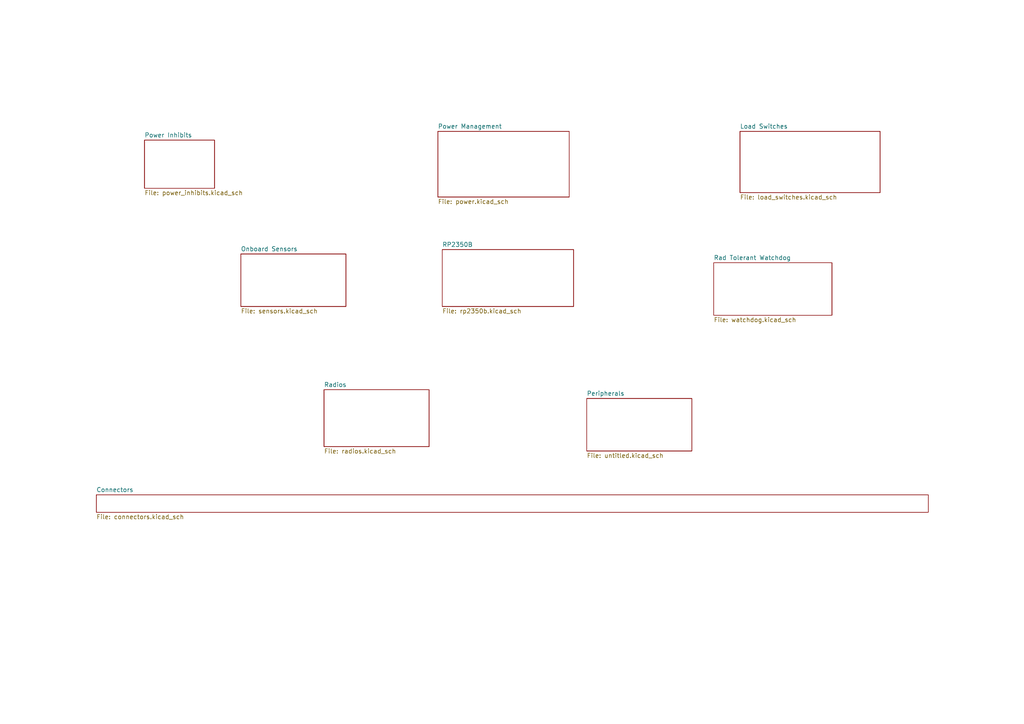
<source format=kicad_sch>
(kicad_sch
	(version 20250114)
	(generator "eeschema")
	(generator_version "9.0")
	(uuid "f080da98-69f4-43da-b75c-192226370aa3")
	(paper "A4")
	(lib_symbols)
	(sheet
		(at 69.85 73.66)
		(size 30.48 15.24)
		(exclude_from_sim no)
		(in_bom yes)
		(on_board yes)
		(dnp no)
		(fields_autoplaced yes)
		(stroke
			(width 0.1524)
			(type solid)
		)
		(fill
			(color 0 0 0 0.0000)
		)
		(uuid "08fa5eb3-fc85-408f-8e91-976c239f9e00")
		(property "Sheetname" "Onboard Sensors"
			(at 69.85 72.9484 0)
			(effects
				(font
					(size 1.27 1.27)
				)
				(justify left bottom)
			)
		)
		(property "Sheetfile" "sensors.kicad_sch"
			(at 69.85 89.4846 0)
			(effects
				(font
					(size 1.27 1.27)
				)
				(justify left top)
			)
		)
		(instances
			(project "FC_V6"
				(path "/f080da98-69f4-43da-b75c-192226370aa3"
					(page "5")
				)
			)
		)
	)
	(sheet
		(at 214.63 38.1)
		(size 40.64 17.78)
		(exclude_from_sim no)
		(in_bom yes)
		(on_board yes)
		(dnp no)
		(fields_autoplaced yes)
		(stroke
			(width 0.1524)
			(type solid)
		)
		(fill
			(color 0 0 0 0.0000)
		)
		(uuid "1f738dd9-d80b-458c-8048-9b53f4691302")
		(property "Sheetname" "Load Switches"
			(at 214.63 37.3884 0)
			(effects
				(font
					(size 1.27 1.27)
				)
				(justify left bottom)
			)
		)
		(property "Sheetfile" "load_switches.kicad_sch"
			(at 214.63 56.4646 0)
			(effects
				(font
					(size 1.27 1.27)
				)
				(justify left top)
			)
		)
		(instances
			(project "FC_V6"
				(path "/f080da98-69f4-43da-b75c-192226370aa3"
					(page "4")
				)
			)
		)
	)
	(sheet
		(at 207.01 76.2)
		(size 34.29 15.24)
		(exclude_from_sim no)
		(in_bom yes)
		(on_board yes)
		(dnp no)
		(fields_autoplaced yes)
		(stroke
			(width 0.1524)
			(type solid)
		)
		(fill
			(color 0 0 0 0.0000)
		)
		(uuid "2617906e-3a58-4e5f-878d-8a3f39721f0a")
		(property "Sheetname" "Rad Tolerant Watchdog"
			(at 207.01 75.4884 0)
			(effects
				(font
					(size 1.27 1.27)
				)
				(justify left bottom)
			)
		)
		(property "Sheetfile" "watchdog.kicad_sch"
			(at 207.01 92.0246 0)
			(effects
				(font
					(size 1.27 1.27)
				)
				(justify left top)
			)
		)
		(instances
			(project "FC_V6"
				(path "/f080da98-69f4-43da-b75c-192226370aa3"
					(page "3")
				)
			)
		)
	)
	(sheet
		(at 41.91 40.64)
		(size 20.32 13.97)
		(exclude_from_sim no)
		(in_bom yes)
		(on_board yes)
		(dnp no)
		(fields_autoplaced yes)
		(stroke
			(width 0.1524)
			(type solid)
		)
		(fill
			(color 0 0 0 0.0000)
		)
		(uuid "2b5637d7-0183-4ecc-a112-76f78d675450")
		(property "Sheetname" "Power Inhibits"
			(at 41.91 39.9284 0)
			(effects
				(font
					(size 1.27 1.27)
				)
				(justify left bottom)
			)
		)
		(property "Sheetfile" "power_inhibits.kicad_sch"
			(at 41.91 55.1946 0)
			(effects
				(font
					(size 1.27 1.27)
				)
				(justify left top)
			)
		)
		(instances
			(project "FC_V6"
				(path "/f080da98-69f4-43da-b75c-192226370aa3"
					(page "10")
				)
			)
		)
	)
	(sheet
		(at 93.98 113.03)
		(size 30.48 16.51)
		(exclude_from_sim no)
		(in_bom yes)
		(on_board yes)
		(dnp no)
		(fields_autoplaced yes)
		(stroke
			(width 0.1524)
			(type solid)
		)
		(fill
			(color 0 0 0 0.0000)
		)
		(uuid "2e7e4a31-10bb-49da-9f99-71765168b49d")
		(property "Sheetname" "Radios"
			(at 93.98 112.3184 0)
			(effects
				(font
					(size 1.27 1.27)
				)
				(justify left bottom)
			)
		)
		(property "Sheetfile" "radios.kicad_sch"
			(at 93.98 130.1246 0)
			(effects
				(font
					(size 1.27 1.27)
				)
				(justify left top)
			)
		)
		(instances
			(project "FC_V6"
				(path "/f080da98-69f4-43da-b75c-192226370aa3"
					(page "7")
				)
			)
		)
	)
	(sheet
		(at 128.27 72.39)
		(size 38.1 16.51)
		(exclude_from_sim no)
		(in_bom yes)
		(on_board yes)
		(dnp no)
		(fields_autoplaced yes)
		(stroke
			(width 0.1524)
			(type solid)
		)
		(fill
			(color 0 0 0 0.0000)
		)
		(uuid "62153ef6-d39c-4c3d-8add-145da0e06ff3")
		(property "Sheetname" "RP2350B"
			(at 128.27 71.6784 0)
			(effects
				(font
					(size 1.27 1.27)
				)
				(justify left bottom)
			)
		)
		(property "Sheetfile" "rp2350b.kicad_sch"
			(at 128.27 89.4846 0)
			(effects
				(font
					(size 1.27 1.27)
				)
				(justify left top)
			)
		)
		(instances
			(project "FC_V6"
				(path "/f080da98-69f4-43da-b75c-192226370aa3"
					(page "2")
				)
			)
		)
	)
	(sheet
		(at 27.94 143.51)
		(size 241.3 5.08)
		(exclude_from_sim no)
		(in_bom yes)
		(on_board yes)
		(dnp no)
		(fields_autoplaced yes)
		(stroke
			(width 0.1524)
			(type solid)
		)
		(fill
			(color 0 0 0 0.0000)
		)
		(uuid "be4cf85a-cd33-424d-8798-b1c79bc2d789")
		(property "Sheetname" "Connectors"
			(at 27.94 142.7984 0)
			(effects
				(font
					(size 1.27 1.27)
				)
				(justify left bottom)
			)
		)
		(property "Sheetfile" "connectors.kicad_sch"
			(at 27.94 149.1746 0)
			(effects
				(font
					(size 1.27 1.27)
				)
				(justify left top)
			)
		)
		(instances
			(project "FC_V6"
				(path "/f080da98-69f4-43da-b75c-192226370aa3"
					(page "9")
				)
			)
		)
	)
	(sheet
		(at 170.18 115.57)
		(size 30.48 15.24)
		(exclude_from_sim no)
		(in_bom yes)
		(on_board yes)
		(dnp no)
		(fields_autoplaced yes)
		(stroke
			(width 0.1524)
			(type solid)
		)
		(fill
			(color 0 0 0 0.0000)
		)
		(uuid "e4218437-125a-4f07-a907-50576605df75")
		(property "Sheetname" "Peripherals"
			(at 170.18 114.8584 0)
			(effects
				(font
					(size 1.27 1.27)
				)
				(justify left bottom)
			)
		)
		(property "Sheetfile" "untitled.kicad_sch"
			(at 170.18 131.3946 0)
			(effects
				(font
					(size 1.27 1.27)
				)
				(justify left top)
			)
		)
		(instances
			(project "FC_V6"
				(path "/f080da98-69f4-43da-b75c-192226370aa3"
					(page "8")
				)
			)
		)
	)
	(sheet
		(at 127 38.1)
		(size 38.1 19.05)
		(exclude_from_sim no)
		(in_bom yes)
		(on_board yes)
		(dnp no)
		(fields_autoplaced yes)
		(stroke
			(width 0.1524)
			(type solid)
		)
		(fill
			(color 0 0 0 0.0000)
		)
		(uuid "f6e6690f-e937-4e33-9416-f51b41f339a1")
		(property "Sheetname" "Power Management"
			(at 127 37.3884 0)
			(effects
				(font
					(size 1.27 1.27)
				)
				(justify left bottom)
			)
		)
		(property "Sheetfile" "power.kicad_sch"
			(at 127 57.7346 0)
			(effects
				(font
					(size 1.27 1.27)
				)
				(justify left top)
			)
		)
		(instances
			(project "FC_V6"
				(path "/f080da98-69f4-43da-b75c-192226370aa3"
					(page "6")
				)
			)
		)
	)
	(sheet_instances
		(path "/"
			(page "1")
		)
	)
	(embedded_fonts no)
)

</source>
